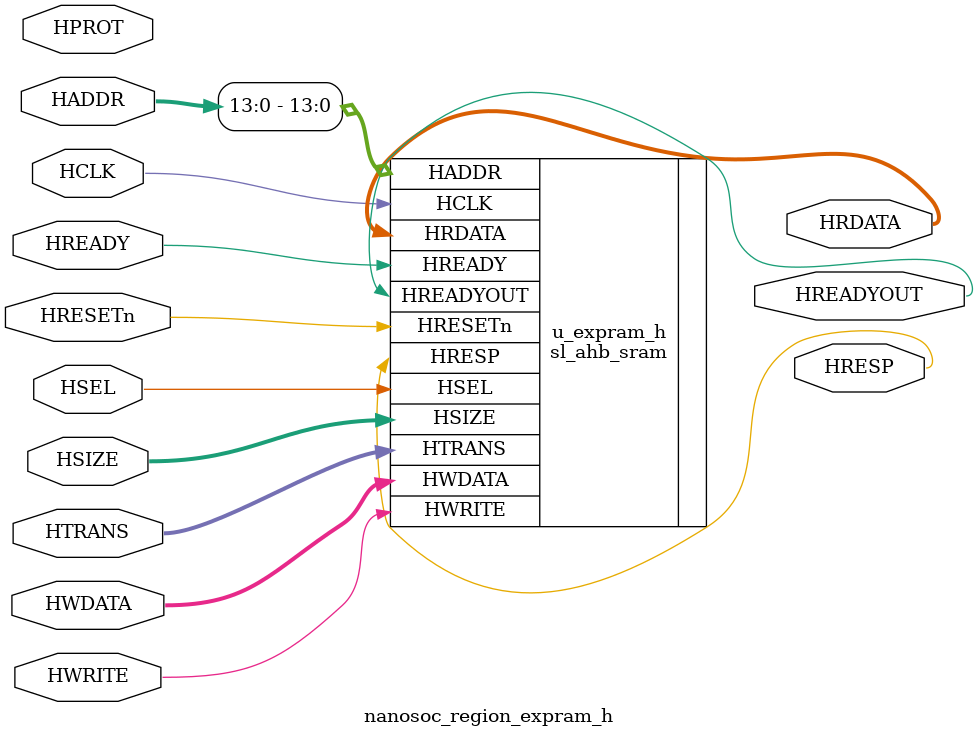
<source format=v>

module nanosoc_region_expram_h #(
        parameter    SYS_ADDR_W          = 32, // System Address Width
        parameter    SYS_DATA_W          = 32, // System Data Width
        parameter    EXPRAM_H_RAM_ADDR_W = 14, // Width of RAM Address  - Default 16KB
        parameter    EXPRAM_H_RAM_DATA_W = 32  // Width of RAM Data Bus - Default 32 bits
    )(
        `ifdef POWER_PINS
        inout  wire          VDD,
        inout  wire          VSS,
        `endif
        input  wire                   HCLK,    
        input  wire                   HRESETn, 

        // AHB connection to Initiator
        input  wire                   HSEL,
        input  wire  [SYS_ADDR_W-1:0] HADDR,
        input  wire             [1:0] HTRANS,
        input  wire             [2:0] HSIZE,
        input  wire             [3:0] HPROT,
        input  wire                   HWRITE,
        input  wire                   HREADY,
        input  wire  [SYS_DATA_W-1:0] HWDATA,

        output wire                   HREADYOUT,
        output wire                   HRESP,
        output wire  [SYS_DATA_W-1:0] HRDATA
    );
    
    // AHB to SRAM bridge
    sl_ahb_sram #(
        .SYS_DATA_W (SYS_DATA_W),
        .RAM_ADDR_W (EXPRAM_H_RAM_ADDR_W),
        .RAM_DATA_W (EXPRAM_H_RAM_DATA_W)
    ) u_expram_h (
        `ifdef POWER_PINS
        .VDD   (VDD),
        .VSS   (VSS),
        `endif
        // AHB Inputs
        .HCLK       (HCLK),
        .HRESETn    (HRESETn),
        .HSEL       (HSEL),  
        .HADDR      (HADDR [EXPRAM_H_RAM_ADDR_W-1:0]),
        .HTRANS     (HTRANS),
        .HSIZE      (HSIZE),
        .HWRITE     (HWRITE),
        .HWDATA     (HWDATA),
        .HREADY     (HREADY),

        // AHB Outputs
        .HREADYOUT  (HREADYOUT),
        .HRDATA     (HRDATA),
        .HRESP      (HRESP)
   );
    
endmodule
</source>
